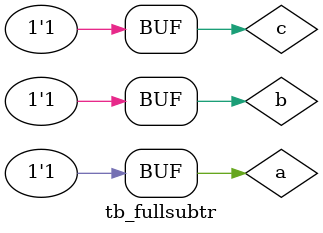
<source format=v>
`timescale 1ns / 1ps

module tb_fullsubtr();
wire diff,borrow;
reg a,b,c;
fullsubtr_df  f2(diff,borrow,a,b,c);
initial
begin
a=0;b=0;c=0;
#50
a=0;b=0;c=1;
#50
a=0;b=1;c=0;
#50
a=0;b=1;c=1;
#50
a=1;b=0;c=0;
#50
a=1;b=0;c=1;
#50
a=1;b=1;c=0;
#50
a=1;b=1;c=1;
end
endmodule

</source>
